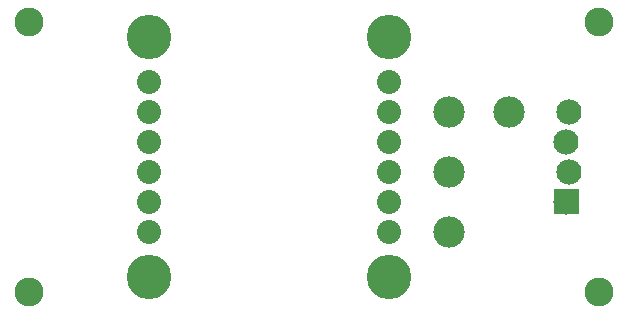
<source format=gts>
G04 MADE WITH FRITZING*
G04 WWW.FRITZING.ORG*
G04 DOUBLE SIDED*
G04 HOLES PLATED*
G04 CONTOUR ON CENTER OF CONTOUR VECTOR*
%ASAXBY*%
%FSLAX23Y23*%
%MOIN*%
%OFA0B0*%
%SFA1.0B1.0*%
%ADD10C,0.096614*%
%ADD11C,0.148425*%
%ADD12C,0.080000*%
%ADD13C,0.084000*%
%ADD14C,0.104488*%
%ADD15R,0.001000X0.001000*%
%LNMASK1*%
G90*
G70*
G54D10*
X100Y101D03*
X2000Y101D03*
X100Y1001D03*
X2000Y1001D03*
G54D11*
X1300Y151D03*
X500Y151D03*
G54D12*
X1300Y301D03*
X1300Y401D03*
X1300Y501D03*
X1300Y601D03*
X1300Y701D03*
X1300Y801D03*
X500Y301D03*
X500Y401D03*
X500Y501D03*
G54D11*
X1300Y951D03*
G54D12*
X500Y601D03*
G54D11*
X500Y951D03*
G54D12*
X500Y701D03*
X500Y801D03*
G54D13*
X1890Y401D03*
X1900Y501D03*
X1890Y601D03*
X1900Y701D03*
X1890Y401D03*
X1900Y501D03*
X1890Y601D03*
X1900Y701D03*
G54D14*
X1700Y701D03*
X1500Y701D03*
X1500Y301D03*
X1500Y501D03*
G54D15*
X1848Y444D02*
X1931Y444D01*
X1848Y443D02*
X1931Y443D01*
X1848Y442D02*
X1931Y442D01*
X1848Y441D02*
X1931Y441D01*
X1848Y440D02*
X1931Y440D01*
X1848Y439D02*
X1931Y439D01*
X1848Y438D02*
X1931Y438D01*
X1848Y437D02*
X1931Y437D01*
X1848Y436D02*
X1931Y436D01*
X1848Y435D02*
X1931Y435D01*
X1848Y434D02*
X1931Y434D01*
X1848Y433D02*
X1931Y433D01*
X1848Y432D02*
X1931Y432D01*
X1848Y431D02*
X1931Y431D01*
X1848Y430D02*
X1931Y430D01*
X1848Y429D02*
X1931Y429D01*
X1848Y428D02*
X1931Y428D01*
X1848Y427D02*
X1931Y427D01*
X1848Y426D02*
X1931Y426D01*
X1848Y425D02*
X1931Y425D01*
X1848Y424D02*
X1931Y424D01*
X1848Y423D02*
X1931Y423D01*
X1848Y422D02*
X1931Y422D01*
X1848Y421D02*
X1931Y421D01*
X1848Y420D02*
X1931Y420D01*
X1848Y419D02*
X1931Y419D01*
X1848Y418D02*
X1931Y418D01*
X1848Y417D02*
X1886Y417D01*
X1894Y417D02*
X1931Y417D01*
X1848Y416D02*
X1883Y416D01*
X1897Y416D02*
X1931Y416D01*
X1848Y415D02*
X1881Y415D01*
X1898Y415D02*
X1931Y415D01*
X1848Y414D02*
X1880Y414D01*
X1900Y414D02*
X1931Y414D01*
X1848Y413D02*
X1879Y413D01*
X1901Y413D02*
X1931Y413D01*
X1848Y412D02*
X1878Y412D01*
X1902Y412D02*
X1931Y412D01*
X1848Y411D02*
X1877Y411D01*
X1902Y411D02*
X1931Y411D01*
X1848Y410D02*
X1876Y410D01*
X1903Y410D02*
X1931Y410D01*
X1848Y409D02*
X1876Y409D01*
X1904Y409D02*
X1931Y409D01*
X1848Y408D02*
X1875Y408D01*
X1904Y408D02*
X1931Y408D01*
X1848Y407D02*
X1875Y407D01*
X1904Y407D02*
X1931Y407D01*
X1848Y406D02*
X1875Y406D01*
X1905Y406D02*
X1931Y406D01*
X1848Y405D02*
X1874Y405D01*
X1905Y405D02*
X1931Y405D01*
X1848Y404D02*
X1874Y404D01*
X1905Y404D02*
X1931Y404D01*
X1848Y403D02*
X1874Y403D01*
X1905Y403D02*
X1931Y403D01*
X1848Y402D02*
X1874Y402D01*
X1905Y402D02*
X1931Y402D01*
X1848Y401D02*
X1874Y401D01*
X1905Y401D02*
X1931Y401D01*
X1848Y400D02*
X1874Y400D01*
X1905Y400D02*
X1931Y400D01*
X1848Y399D02*
X1875Y399D01*
X1905Y399D02*
X1931Y399D01*
X1848Y398D02*
X1875Y398D01*
X1905Y398D02*
X1931Y398D01*
X1848Y397D02*
X1875Y397D01*
X1904Y397D02*
X1931Y397D01*
X1848Y396D02*
X1876Y396D01*
X1904Y396D02*
X1931Y396D01*
X1848Y395D02*
X1876Y395D01*
X1903Y395D02*
X1931Y395D01*
X1848Y394D02*
X1877Y394D01*
X1903Y394D02*
X1931Y394D01*
X1848Y393D02*
X1878Y393D01*
X1902Y393D02*
X1931Y393D01*
X1848Y392D02*
X1878Y392D01*
X1901Y392D02*
X1931Y392D01*
X1848Y391D02*
X1880Y391D01*
X1900Y391D02*
X1931Y391D01*
X1848Y390D02*
X1881Y390D01*
X1899Y390D02*
X1931Y390D01*
X1848Y389D02*
X1882Y389D01*
X1897Y389D02*
X1931Y389D01*
X1848Y388D02*
X1885Y388D01*
X1894Y388D02*
X1931Y388D01*
X1848Y387D02*
X1931Y387D01*
X1848Y386D02*
X1931Y386D01*
X1848Y385D02*
X1931Y385D01*
X1848Y384D02*
X1931Y384D01*
X1848Y383D02*
X1931Y383D01*
X1848Y382D02*
X1931Y382D01*
X1848Y381D02*
X1931Y381D01*
X1848Y380D02*
X1931Y380D01*
X1848Y379D02*
X1931Y379D01*
X1848Y378D02*
X1931Y378D01*
X1848Y377D02*
X1931Y377D01*
X1848Y376D02*
X1931Y376D01*
X1848Y375D02*
X1931Y375D01*
X1848Y374D02*
X1931Y374D01*
X1848Y373D02*
X1931Y373D01*
X1848Y372D02*
X1931Y372D01*
X1848Y371D02*
X1931Y371D01*
X1848Y370D02*
X1931Y370D01*
X1848Y369D02*
X1931Y369D01*
X1848Y368D02*
X1931Y368D01*
X1848Y367D02*
X1931Y367D01*
X1848Y366D02*
X1931Y366D01*
X1848Y365D02*
X1931Y365D01*
X1848Y364D02*
X1931Y364D01*
X1848Y363D02*
X1931Y363D01*
X1848Y362D02*
X1931Y362D01*
X1848Y361D02*
X1931Y361D01*
D02*
G04 End of Mask1*
M02*
</source>
